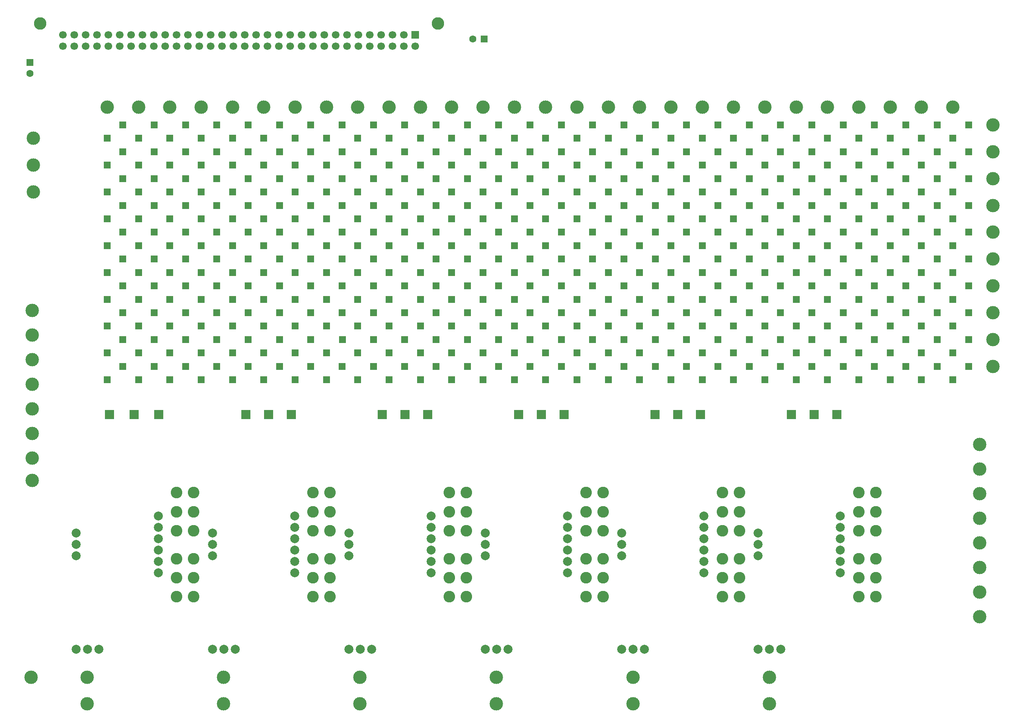
<source format=gbr>
G04 #@! TF.GenerationSoftware,KiCad,Pcbnew,(5.0.0)*
G04 #@! TF.CreationDate,2019-08-30T17:40:10+01:00*
G04 #@! TF.ProjectId,A-GA,412D47412E6B696361645F7063620000,rev?*
G04 #@! TF.SameCoordinates,Original*
G04 #@! TF.FileFunction,Soldermask,Bot*
G04 #@! TF.FilePolarity,Negative*
%FSLAX46Y46*%
G04 Gerber Fmt 4.6, Leading zero omitted, Abs format (unit mm)*
G04 Created by KiCad (PCBNEW (5.0.0)) date 08/30/19 17:40:10*
%MOMM*%
%LPD*%
G01*
G04 APERTURE LIST*
%ADD10R,2.000000X2.000000*%
%ADD11R,1.700000X1.700000*%
%ADD12C,1.700000*%
%ADD13C,2.800000*%
%ADD14C,1.600000*%
%ADD15R,1.600000X1.600000*%
%ADD16C,2.000000*%
%ADD17C,3.000000*%
%ADD18C,2.600000*%
%ADD19R,1.500000X1.500000*%
G04 APERTURE END LIST*
D10*
G04 #@! TO.C,TPLA11*
X61000000Y-115750000D03*
G04 #@! TD*
D11*
G04 #@! TO.C,J1*
X118345000Y-30861000D03*
D12*
X118345000Y-33401000D03*
X115805000Y-30861000D03*
X115805000Y-33401000D03*
X113265000Y-30861000D03*
X113265000Y-33401000D03*
X110725000Y-30861000D03*
X110725000Y-33401000D03*
X108185000Y-30861000D03*
X108185000Y-33401000D03*
X105645000Y-30861000D03*
X105645000Y-33401000D03*
X103105000Y-30861000D03*
X103105000Y-33401000D03*
X100565000Y-30861000D03*
X100565000Y-33401000D03*
X98025000Y-30861000D03*
X98025000Y-33401000D03*
X95485000Y-30861000D03*
X95485000Y-33401000D03*
X92945000Y-30861000D03*
X92945000Y-33401000D03*
X90405000Y-30861000D03*
X90405000Y-33401000D03*
X87865000Y-30861000D03*
X87865000Y-33401000D03*
X85325000Y-30861000D03*
X85325000Y-33401000D03*
X82785000Y-30861000D03*
X82785000Y-33401000D03*
X80245000Y-30861000D03*
X80245000Y-33401000D03*
X77705000Y-30861000D03*
X77705000Y-33401000D03*
X75165000Y-30861000D03*
X75165000Y-33401000D03*
X72625000Y-30861000D03*
X72625000Y-33401000D03*
X70085000Y-30861000D03*
X70085000Y-33401000D03*
X67545000Y-30861000D03*
X67545000Y-33401000D03*
X65005000Y-30861000D03*
X65005000Y-33401000D03*
X62465000Y-30861000D03*
X62465000Y-33401000D03*
X59925000Y-30861000D03*
X59925000Y-33401000D03*
X57385000Y-30861000D03*
X57385000Y-33401000D03*
X54845000Y-30861000D03*
X54845000Y-33401000D03*
X52305000Y-30861000D03*
X52305000Y-33401000D03*
X49765000Y-30861000D03*
X49765000Y-33401000D03*
X47225000Y-30861000D03*
X47225000Y-33401000D03*
X44685000Y-30861000D03*
X44685000Y-33401000D03*
X42145000Y-30861000D03*
X42145000Y-33401000D03*
X39605000Y-30861000D03*
X39605000Y-33401000D03*
D13*
X123425000Y-28321000D03*
X34525000Y-28321000D03*
G04 #@! TD*
D14*
G04 #@! TO.C,C1*
X32250000Y-39500000D03*
D15*
X32250000Y-37000000D03*
G04 #@! TD*
D16*
G04 #@! TO.C,U6*
X194945000Y-142240000D03*
X194945000Y-144780000D03*
X194945000Y-147320000D03*
X213360000Y-138430000D03*
X213360000Y-140970000D03*
X213360000Y-143510000D03*
X213360000Y-146050000D03*
X213360000Y-148590000D03*
X213360000Y-151130000D03*
X200025000Y-168275000D03*
X197485000Y-168275000D03*
X194945000Y-168275000D03*
G04 #@! TD*
G04 #@! TO.C,U5*
X164465000Y-142240000D03*
X164465000Y-144780000D03*
X164465000Y-147320000D03*
X182880000Y-138430000D03*
X182880000Y-140970000D03*
X182880000Y-143510000D03*
X182880000Y-146050000D03*
X182880000Y-148590000D03*
X182880000Y-151130000D03*
X169545000Y-168275000D03*
X167005000Y-168275000D03*
X164465000Y-168275000D03*
G04 #@! TD*
G04 #@! TO.C,U4*
X133985000Y-142240000D03*
X133985000Y-144780000D03*
X133985000Y-147320000D03*
X152400000Y-138430000D03*
X152400000Y-140970000D03*
X152400000Y-143510000D03*
X152400000Y-146050000D03*
X152400000Y-148590000D03*
X152400000Y-151130000D03*
X139065000Y-168275000D03*
X136525000Y-168275000D03*
X133985000Y-168275000D03*
G04 #@! TD*
G04 #@! TO.C,U1*
X42545000Y-142240000D03*
X42545000Y-144780000D03*
X42545000Y-147320000D03*
X60960000Y-138430000D03*
X60960000Y-140970000D03*
X60960000Y-143510000D03*
X60960000Y-146050000D03*
X60960000Y-148590000D03*
X60960000Y-151130000D03*
X47625000Y-168275000D03*
X45085000Y-168275000D03*
X42545000Y-168275000D03*
G04 #@! TD*
G04 #@! TO.C,U2*
X73025000Y-142240000D03*
X73025000Y-144780000D03*
X73025000Y-147320000D03*
X91440000Y-138430000D03*
X91440000Y-140970000D03*
X91440000Y-143510000D03*
X91440000Y-146050000D03*
X91440000Y-148590000D03*
X91440000Y-151130000D03*
X78105000Y-168275000D03*
X75565000Y-168275000D03*
X73025000Y-168275000D03*
G04 #@! TD*
D15*
G04 #@! TO.C,C2*
X133750000Y-31750000D03*
D14*
X131250000Y-31750000D03*
G04 #@! TD*
D17*
G04 #@! TO.C,TPX1*
X49500000Y-47000000D03*
G04 #@! TD*
G04 #@! TO.C,TPX2*
X56500000Y-47000000D03*
G04 #@! TD*
G04 #@! TO.C,TPX3*
X63500000Y-47000000D03*
G04 #@! TD*
G04 #@! TO.C,TPX4*
X70500000Y-47000000D03*
G04 #@! TD*
G04 #@! TO.C,TPX5*
X77500000Y-47000000D03*
G04 #@! TD*
G04 #@! TO.C,TPX6*
X84500000Y-47000000D03*
G04 #@! TD*
G04 #@! TO.C,TPX7*
X91500000Y-47000000D03*
G04 #@! TD*
G04 #@! TO.C,TPX8*
X98500000Y-47000000D03*
G04 #@! TD*
G04 #@! TO.C,TPX9*
X105500000Y-47000000D03*
G04 #@! TD*
G04 #@! TO.C,TPX10*
X112500000Y-47000000D03*
G04 #@! TD*
G04 #@! TO.C,TPX11*
X119500000Y-47000000D03*
G04 #@! TD*
G04 #@! TO.C,TPX12*
X126500000Y-47000000D03*
G04 #@! TD*
G04 #@! TO.C,TPX13*
X133500000Y-47000000D03*
G04 #@! TD*
G04 #@! TO.C,TPX14*
X140500000Y-47000000D03*
G04 #@! TD*
G04 #@! TO.C,TPX15*
X147500000Y-47000000D03*
G04 #@! TD*
G04 #@! TO.C,TPX16*
X154500000Y-47000000D03*
G04 #@! TD*
G04 #@! TO.C,TPX17*
X161500000Y-47000000D03*
G04 #@! TD*
G04 #@! TO.C,TPX18*
X168500000Y-47000000D03*
G04 #@! TD*
G04 #@! TO.C,TPY1*
X247500000Y-51000000D03*
G04 #@! TD*
G04 #@! TO.C,TPY2*
X247500000Y-57000000D03*
G04 #@! TD*
G04 #@! TO.C,TPY3*
X247500000Y-63000000D03*
G04 #@! TD*
G04 #@! TO.C,TPY4*
X247500000Y-69000000D03*
G04 #@! TD*
G04 #@! TO.C,TPY5*
X247500000Y-75000000D03*
G04 #@! TD*
G04 #@! TO.C,TPY6*
X247500000Y-81000000D03*
G04 #@! TD*
G04 #@! TO.C,TPY7*
X247500000Y-87000000D03*
G04 #@! TD*
G04 #@! TO.C,TPY8*
X247500000Y-93000000D03*
G04 #@! TD*
G04 #@! TO.C,TPY9*
X247500000Y-99000000D03*
G04 #@! TD*
G04 #@! TO.C,TPY10*
X247500000Y-105000000D03*
G04 #@! TD*
G04 #@! TO.C,TPX19*
X175500000Y-47000000D03*
G04 #@! TD*
G04 #@! TO.C,TPX20*
X182500000Y-47000000D03*
G04 #@! TD*
G04 #@! TO.C,TPX21*
X189500000Y-47000000D03*
G04 #@! TD*
G04 #@! TO.C,TPX22*
X196500000Y-47000000D03*
G04 #@! TD*
G04 #@! TO.C,TPX23*
X203500000Y-47000000D03*
G04 #@! TD*
G04 #@! TO.C,TPX24*
X210500000Y-47000000D03*
G04 #@! TD*
G04 #@! TO.C,TPX25*
X217500000Y-47000000D03*
G04 #@! TD*
G04 #@! TO.C,TPX26*
X224500000Y-47000000D03*
G04 #@! TD*
G04 #@! TO.C,TPX27*
X231500000Y-47000000D03*
G04 #@! TD*
G04 #@! TO.C,TPX28*
X238500000Y-47000000D03*
G04 #@! TD*
G04 #@! TO.C,TPG11*
X45000000Y-180500000D03*
G04 #@! TD*
G04 #@! TO.C,TPG12*
X45000000Y-174500000D03*
G04 #@! TD*
G04 #@! TO.C,TPG21*
X75500000Y-180500000D03*
G04 #@! TD*
G04 #@! TO.C,TPG22*
X75500000Y-174500000D03*
G04 #@! TD*
G04 #@! TO.C,TPG31*
X106000000Y-180500000D03*
G04 #@! TD*
G04 #@! TO.C,TPG32*
X106000000Y-174500000D03*
G04 #@! TD*
G04 #@! TO.C,TPG41*
X136500000Y-180500000D03*
G04 #@! TD*
G04 #@! TO.C,TPG42*
X136500000Y-174500000D03*
G04 #@! TD*
G04 #@! TO.C,TPG51*
X167000000Y-180500000D03*
G04 #@! TD*
G04 #@! TO.C,TPG52*
X167000000Y-174500000D03*
G04 #@! TD*
G04 #@! TO.C,TPG61*
X197500000Y-180500000D03*
G04 #@! TD*
G04 #@! TO.C,TPG62*
X197500000Y-174500000D03*
G04 #@! TD*
G04 #@! TO.C,TPI7*
X244500000Y-161000000D03*
G04 #@! TD*
G04 #@! TO.C,TPI8*
X244500000Y-155500000D03*
G04 #@! TD*
G04 #@! TO.C,TPI9*
X244500000Y-150000000D03*
G04 #@! TD*
G04 #@! TO.C,TPI10*
X244500000Y-144500000D03*
G04 #@! TD*
G04 #@! TO.C,TPI11*
X244500000Y-139000000D03*
G04 #@! TD*
G04 #@! TO.C,TPI14*
X244500000Y-133500000D03*
G04 #@! TD*
G04 #@! TO.C,TPI15*
X244500000Y-128000000D03*
G04 #@! TD*
G04 #@! TO.C,TPI18*
X244500000Y-122500000D03*
G04 #@! TD*
G04 #@! TO.C,TPI19*
X32750000Y-130500000D03*
G04 #@! TD*
G04 #@! TO.C,TPI20*
X32750000Y-125500000D03*
G04 #@! TD*
G04 #@! TO.C,TPI21*
X32750000Y-120000000D03*
G04 #@! TD*
G04 #@! TO.C,TPI22*
X32750000Y-114500000D03*
G04 #@! TD*
G04 #@! TO.C,TPI23*
X32750000Y-109000000D03*
G04 #@! TD*
G04 #@! TO.C,TPI24*
X32750000Y-103500000D03*
G04 #@! TD*
G04 #@! TO.C,TPI25*
X32750000Y-98000000D03*
G04 #@! TD*
G04 #@! TO.C,TPI26*
X32750000Y-92500000D03*
G04 #@! TD*
D16*
G04 #@! TO.C,U3*
X103505000Y-168275000D03*
X106045000Y-168275000D03*
X108585000Y-168275000D03*
X121920000Y-151130000D03*
X121920000Y-148590000D03*
X121920000Y-146050000D03*
X121920000Y-143510000D03*
X121920000Y-140970000D03*
X121920000Y-138430000D03*
X103505000Y-147320000D03*
X103505000Y-144780000D03*
X103505000Y-142240000D03*
G04 #@! TD*
D17*
G04 #@! TO.C,TPG0*
X32500000Y-174500000D03*
G04 #@! TD*
D18*
G04 #@! TO.C,TPLA1*
X65000000Y-156500000D03*
X68810000Y-156500000D03*
G04 #@! TD*
G04 #@! TO.C,TPLA2*
X68810000Y-152250000D03*
X65000000Y-152250000D03*
G04 #@! TD*
G04 #@! TO.C,TPLA3*
X65000000Y-148000000D03*
X68810000Y-148000000D03*
G04 #@! TD*
G04 #@! TO.C,TPLA4*
X68810000Y-141750000D03*
X65000000Y-141750000D03*
G04 #@! TD*
G04 #@! TO.C,TPLA5*
X65000000Y-137500000D03*
X68810000Y-137500000D03*
G04 #@! TD*
G04 #@! TO.C,TPLA6*
X68810000Y-133250000D03*
X65000000Y-133250000D03*
G04 #@! TD*
D10*
G04 #@! TO.C,TPLA12*
X55500000Y-115750000D03*
G04 #@! TD*
G04 #@! TO.C,TPLA13*
X50000000Y-115750000D03*
G04 #@! TD*
D19*
G04 #@! TO.C,MH1*
X168500000Y-54000000D03*
G04 #@! TD*
G04 #@! TO.C,MH2*
X144000000Y-51000000D03*
G04 #@! TD*
G04 #@! TO.C,MH3*
X109000000Y-51000000D03*
G04 #@! TD*
G04 #@! TO.C,MH4*
X151000000Y-51000000D03*
G04 #@! TD*
G04 #@! TO.C,MH5*
X116000000Y-51000000D03*
G04 #@! TD*
G04 #@! TO.C,MH6*
X123000000Y-51000000D03*
G04 #@! TD*
G04 #@! TO.C,MH7*
X158000000Y-51000000D03*
G04 #@! TD*
G04 #@! TO.C,MH8*
X130000000Y-51000000D03*
G04 #@! TD*
G04 #@! TO.C,MH9*
X137000000Y-51000000D03*
G04 #@! TD*
G04 #@! TO.C,MH10*
X165000000Y-51000000D03*
G04 #@! TD*
G04 #@! TO.C,MH11*
X168500000Y-60000000D03*
G04 #@! TD*
G04 #@! TO.C,MH12*
X165000000Y-57000000D03*
G04 #@! TD*
G04 #@! TO.C,MH13*
X161500000Y-96000000D03*
G04 #@! TD*
G04 #@! TO.C,MH14*
X154500000Y-96000000D03*
G04 #@! TD*
G04 #@! TO.C,MH15*
X147500000Y-54000000D03*
G04 #@! TD*
G04 #@! TO.C,MH16*
X140500000Y-66000000D03*
G04 #@! TD*
G04 #@! TO.C,MH17*
X133500000Y-54000000D03*
G04 #@! TD*
G04 #@! TO.C,MH18*
X126500000Y-54000000D03*
G04 #@! TD*
G04 #@! TO.C,MH19*
X119500000Y-54000000D03*
G04 #@! TD*
G04 #@! TO.C,MH20*
X112500000Y-54000000D03*
G04 #@! TD*
G04 #@! TO.C,MH21*
X105500000Y-54000000D03*
G04 #@! TD*
G04 #@! TO.C,MH22*
X98500000Y-54000000D03*
G04 #@! TD*
G04 #@! TO.C,MH23*
X91500000Y-54000000D03*
G04 #@! TD*
G04 #@! TO.C,MH24*
X84500000Y-54000000D03*
G04 #@! TD*
G04 #@! TO.C,MH25*
X77500000Y-54000000D03*
G04 #@! TD*
G04 #@! TO.C,MH26*
X70500000Y-84000000D03*
G04 #@! TD*
G04 #@! TO.C,MH27*
X63500000Y-54000000D03*
G04 #@! TD*
G04 #@! TO.C,MH28*
X56500000Y-54000000D03*
G04 #@! TD*
G04 #@! TO.C,MH29*
X49500000Y-90000000D03*
G04 #@! TD*
G04 #@! TO.C,MH30*
X172000000Y-51000000D03*
G04 #@! TD*
G04 #@! TO.C,MH31*
X60000000Y-51000000D03*
G04 #@! TD*
G04 #@! TO.C,MH32*
X95000000Y-51000000D03*
G04 #@! TD*
G04 #@! TO.C,MH33*
X81000000Y-51000000D03*
G04 #@! TD*
G04 #@! TO.C,MH34*
X102000000Y-51000000D03*
G04 #@! TD*
G04 #@! TO.C,MH35*
X74000000Y-51000000D03*
G04 #@! TD*
G04 #@! TO.C,MH36*
X88000000Y-51000000D03*
G04 #@! TD*
G04 #@! TO.C,MH37*
X53000000Y-51000000D03*
G04 #@! TD*
G04 #@! TO.C,MH38*
X67000000Y-51000000D03*
G04 #@! TD*
G04 #@! TO.C,MH39*
X161500000Y-54000000D03*
G04 #@! TD*
G04 #@! TO.C,MH40*
X154500000Y-54000000D03*
G04 #@! TD*
G04 #@! TO.C,MH41*
X147500000Y-102000000D03*
G04 #@! TD*
G04 #@! TO.C,MH42*
X140500000Y-108000000D03*
G04 #@! TD*
G04 #@! TO.C,MH43*
X133500000Y-108000000D03*
G04 #@! TD*
G04 #@! TO.C,MH44*
X126500000Y-108000000D03*
G04 #@! TD*
G04 #@! TO.C,MH45*
X119500000Y-96000000D03*
G04 #@! TD*
G04 #@! TO.C,MH46*
X112500000Y-108000000D03*
G04 #@! TD*
G04 #@! TO.C,MH47*
X105500000Y-60000000D03*
G04 #@! TD*
G04 #@! TO.C,MH48*
X98500000Y-60000000D03*
G04 #@! TD*
G04 #@! TO.C,MH49*
X91500000Y-108000000D03*
G04 #@! TD*
G04 #@! TO.C,MH50*
X84500000Y-108000000D03*
G04 #@! TD*
G04 #@! TO.C,MH51*
X77500000Y-60000000D03*
G04 #@! TD*
G04 #@! TO.C,MH52*
X70500000Y-108000000D03*
G04 #@! TD*
G04 #@! TO.C,MH53*
X63500000Y-72000000D03*
G04 #@! TD*
G04 #@! TO.C,MH54*
X56500000Y-72000000D03*
G04 #@! TD*
G04 #@! TO.C,MH55*
X49500000Y-60000000D03*
G04 #@! TD*
G04 #@! TO.C,MH56*
X130000000Y-57000000D03*
G04 #@! TD*
G04 #@! TO.C,MH57*
X151000000Y-57000000D03*
G04 #@! TD*
G04 #@! TO.C,MH58*
X123000000Y-57000000D03*
G04 #@! TD*
G04 #@! TO.C,MH59*
X53000000Y-57000000D03*
G04 #@! TD*
G04 #@! TO.C,MH60*
X172000000Y-57000000D03*
G04 #@! TD*
G04 #@! TO.C,MH61*
X74000000Y-57000000D03*
G04 #@! TD*
G04 #@! TO.C,MH62*
X158000000Y-57000000D03*
G04 #@! TD*
G04 #@! TO.C,MH63*
X102000000Y-57000000D03*
G04 #@! TD*
G04 #@! TO.C,MH64*
X95000000Y-57000000D03*
G04 #@! TD*
G04 #@! TO.C,MH65*
X109000000Y-57000000D03*
G04 #@! TD*
G04 #@! TO.C,MH66*
X144000000Y-57000000D03*
G04 #@! TD*
G04 #@! TO.C,MH67*
X88000000Y-57000000D03*
G04 #@! TD*
G04 #@! TO.C,MH68*
X67000000Y-57000000D03*
G04 #@! TD*
G04 #@! TO.C,MH69*
X60000000Y-57000000D03*
G04 #@! TD*
G04 #@! TO.C,MH70*
X137000000Y-57000000D03*
G04 #@! TD*
G04 #@! TO.C,MH71*
X116000000Y-57000000D03*
G04 #@! TD*
G04 #@! TO.C,MH72*
X81000000Y-57000000D03*
G04 #@! TD*
G04 #@! TO.C,MH73*
X168500000Y-66000000D03*
G04 #@! TD*
G04 #@! TO.C,MH74*
X165000000Y-63000000D03*
G04 #@! TD*
G04 #@! TO.C,MH75*
X144000000Y-63000000D03*
G04 #@! TD*
G04 #@! TO.C,MH76*
X130000000Y-63000000D03*
G04 #@! TD*
G04 #@! TO.C,MH77*
X123000000Y-63000000D03*
G04 #@! TD*
G04 #@! TO.C,MH78*
X137000000Y-63000000D03*
G04 #@! TD*
G04 #@! TO.C,MH79*
X88000000Y-63000000D03*
G04 #@! TD*
G04 #@! TO.C,MH80*
X95000000Y-63000000D03*
G04 #@! TD*
G04 #@! TO.C,MH81*
X53000000Y-63000000D03*
G04 #@! TD*
G04 #@! TO.C,MH82*
X158000000Y-63000000D03*
G04 #@! TD*
G04 #@! TO.C,MH83*
X172000000Y-63000000D03*
G04 #@! TD*
G04 #@! TO.C,MH84*
X60000000Y-63000000D03*
G04 #@! TD*
G04 #@! TO.C,MH85*
X151000000Y-63000000D03*
G04 #@! TD*
G04 #@! TO.C,MH86*
X81000000Y-63000000D03*
G04 #@! TD*
G04 #@! TO.C,MH87*
X67000000Y-63000000D03*
G04 #@! TD*
G04 #@! TO.C,MH88*
X74000000Y-63000000D03*
G04 #@! TD*
G04 #@! TO.C,MH89*
X102000000Y-63000000D03*
G04 #@! TD*
G04 #@! TO.C,MH90*
X109000000Y-63000000D03*
G04 #@! TD*
G04 #@! TO.C,MH91*
X116000000Y-63000000D03*
G04 #@! TD*
G04 #@! TO.C,MH92*
X109000000Y-69000000D03*
G04 #@! TD*
G04 #@! TO.C,MH93*
X88000000Y-69000000D03*
G04 #@! TD*
G04 #@! TO.C,MH94*
X53000000Y-69000000D03*
G04 #@! TD*
G04 #@! TO.C,MH95*
X172000000Y-69000000D03*
G04 #@! TD*
G04 #@! TO.C,MH96*
X67000000Y-69000000D03*
G04 #@! TD*
G04 #@! TO.C,MH97*
X165000000Y-69000000D03*
G04 #@! TD*
G04 #@! TO.C,MH98*
X130000000Y-69000000D03*
G04 #@! TD*
G04 #@! TO.C,MH99*
X81000000Y-69000000D03*
G04 #@! TD*
G04 #@! TO.C,MH100*
X95000000Y-69000000D03*
G04 #@! TD*
G04 #@! TO.C,MH101*
X74000000Y-69000000D03*
G04 #@! TD*
G04 #@! TO.C,MH102*
X151000000Y-69000000D03*
G04 #@! TD*
G04 #@! TO.C,MH103*
X102000000Y-69000000D03*
G04 #@! TD*
G04 #@! TO.C,MH104*
X158000000Y-69000000D03*
G04 #@! TD*
G04 #@! TO.C,MH105*
X123000000Y-69000000D03*
G04 #@! TD*
G04 #@! TO.C,MH106*
X116000000Y-69000000D03*
G04 #@! TD*
G04 #@! TO.C,MH107*
X144000000Y-69000000D03*
G04 #@! TD*
G04 #@! TO.C,MH108*
X137000000Y-69000000D03*
G04 #@! TD*
G04 #@! TO.C,MH109*
X60000000Y-69000000D03*
G04 #@! TD*
G04 #@! TO.C,MH110*
X137000000Y-75000000D03*
G04 #@! TD*
G04 #@! TO.C,MH111*
X95000000Y-75000000D03*
G04 #@! TD*
G04 #@! TO.C,MH112*
X165000000Y-75000000D03*
G04 #@! TD*
G04 #@! TO.C,MH113*
X60000000Y-75000000D03*
G04 #@! TD*
G04 #@! TO.C,MH114*
X74000000Y-75000000D03*
G04 #@! TD*
G04 #@! TO.C,MH115*
X123000000Y-75000000D03*
G04 #@! TD*
G04 #@! TO.C,MH116*
X116000000Y-75000000D03*
G04 #@! TD*
G04 #@! TO.C,MH117*
X88000000Y-75000000D03*
G04 #@! TD*
G04 #@! TO.C,MH118*
X81000000Y-75000000D03*
G04 #@! TD*
G04 #@! TO.C,MH119*
X144000000Y-75000000D03*
G04 #@! TD*
G04 #@! TO.C,MH120*
X109000000Y-75000000D03*
G04 #@! TD*
G04 #@! TO.C,MH121*
X102000000Y-75000000D03*
G04 #@! TD*
G04 #@! TO.C,MH122*
X172000000Y-75000000D03*
G04 #@! TD*
G04 #@! TO.C,MH123*
X158000000Y-75000000D03*
G04 #@! TD*
G04 #@! TO.C,MH124*
X53000000Y-75000000D03*
G04 #@! TD*
G04 #@! TO.C,MH125*
X130000000Y-75000000D03*
G04 #@! TD*
G04 #@! TO.C,MH126*
X67000000Y-75000000D03*
G04 #@! TD*
G04 #@! TO.C,MH127*
X151000000Y-75000000D03*
G04 #@! TD*
G04 #@! TO.C,MH128*
X102000000Y-81000000D03*
G04 #@! TD*
G04 #@! TO.C,MH129*
X88000000Y-81000000D03*
G04 #@! TD*
G04 #@! TO.C,MH130*
X60000000Y-81000000D03*
G04 #@! TD*
G04 #@! TO.C,MH131*
X116000000Y-81000000D03*
G04 #@! TD*
G04 #@! TO.C,MH132*
X123000000Y-81000000D03*
G04 #@! TD*
G04 #@! TO.C,MH133*
X81000000Y-81000000D03*
G04 #@! TD*
G04 #@! TO.C,MH134*
X144000000Y-81000000D03*
G04 #@! TD*
G04 #@! TO.C,MH135*
X95000000Y-81000000D03*
G04 #@! TD*
G04 #@! TO.C,MH136*
X109000000Y-81000000D03*
G04 #@! TD*
G04 #@! TO.C,MH137*
X74000000Y-81000000D03*
G04 #@! TD*
G04 #@! TO.C,MH138*
X165000000Y-81000000D03*
G04 #@! TD*
G04 #@! TO.C,MH139*
X137000000Y-81000000D03*
G04 #@! TD*
G04 #@! TO.C,MH140*
X172000000Y-81000000D03*
G04 #@! TD*
G04 #@! TO.C,MH141*
X53000000Y-81000000D03*
G04 #@! TD*
G04 #@! TO.C,MH142*
X130000000Y-81000000D03*
G04 #@! TD*
G04 #@! TO.C,MH143*
X151000000Y-81000000D03*
G04 #@! TD*
G04 #@! TO.C,MH144*
X158000000Y-81000000D03*
G04 #@! TD*
G04 #@! TO.C,MH145*
X67000000Y-81000000D03*
G04 #@! TD*
G04 #@! TO.C,MH146*
X123000000Y-87000000D03*
G04 #@! TD*
G04 #@! TO.C,MH147*
X102000000Y-87000000D03*
G04 #@! TD*
G04 #@! TO.C,MH148*
X95000000Y-87000000D03*
G04 #@! TD*
G04 #@! TO.C,MH149*
X88000000Y-87000000D03*
G04 #@! TD*
G04 #@! TO.C,MH150*
X74000000Y-87000000D03*
G04 #@! TD*
G04 #@! TO.C,MH151*
X172000000Y-87000000D03*
G04 #@! TD*
G04 #@! TO.C,MH152*
X53000000Y-87000000D03*
G04 #@! TD*
G04 #@! TO.C,MH153*
X116000000Y-87000000D03*
G04 #@! TD*
G04 #@! TO.C,MH154*
X81000000Y-87000000D03*
G04 #@! TD*
G04 #@! TO.C,MH155*
X130000000Y-87000000D03*
G04 #@! TD*
G04 #@! TO.C,MH156*
X158000000Y-87000000D03*
G04 #@! TD*
G04 #@! TO.C,MH157*
X165000000Y-87000000D03*
G04 #@! TD*
G04 #@! TO.C,MH158*
X137000000Y-87000000D03*
G04 #@! TD*
G04 #@! TO.C,MH159*
X60000000Y-87000000D03*
G04 #@! TD*
G04 #@! TO.C,MH160*
X67000000Y-87000000D03*
G04 #@! TD*
G04 #@! TO.C,MH161*
X144000000Y-87000000D03*
G04 #@! TD*
G04 #@! TO.C,MH162*
X109000000Y-87000000D03*
G04 #@! TD*
G04 #@! TO.C,MH163*
X151000000Y-87000000D03*
G04 #@! TD*
G04 #@! TO.C,MH164*
X102000000Y-93000000D03*
G04 #@! TD*
G04 #@! TO.C,MH165*
X60000000Y-93000000D03*
G04 #@! TD*
G04 #@! TO.C,MH166*
X130000000Y-93000000D03*
G04 #@! TD*
G04 #@! TO.C,MH167*
X74000000Y-93000000D03*
G04 #@! TD*
G04 #@! TO.C,MH168*
X158000000Y-93000000D03*
G04 #@! TD*
G04 #@! TO.C,MH169*
X53000000Y-93000000D03*
G04 #@! TD*
G04 #@! TO.C,MH170*
X151000000Y-93000000D03*
G04 #@! TD*
G04 #@! TO.C,MH171*
X109000000Y-93000000D03*
G04 #@! TD*
G04 #@! TO.C,MH172*
X95000000Y-93000000D03*
G04 #@! TD*
G04 #@! TO.C,MH173*
X144000000Y-93000000D03*
G04 #@! TD*
G04 #@! TO.C,MH174*
X123000000Y-93000000D03*
G04 #@! TD*
G04 #@! TO.C,MH175*
X67000000Y-93000000D03*
G04 #@! TD*
G04 #@! TO.C,MH176*
X172000000Y-93000000D03*
G04 #@! TD*
G04 #@! TO.C,MH177*
X88000000Y-93000000D03*
G04 #@! TD*
G04 #@! TO.C,MH178*
X137000000Y-93000000D03*
G04 #@! TD*
G04 #@! TO.C,MH179*
X116000000Y-93000000D03*
G04 #@! TD*
G04 #@! TO.C,MH180*
X165000000Y-93000000D03*
G04 #@! TD*
G04 #@! TO.C,MH181*
X81000000Y-93000000D03*
G04 #@! TD*
G04 #@! TO.C,MH182*
X81000000Y-99000000D03*
G04 #@! TD*
G04 #@! TO.C,MH183*
X60000000Y-99000000D03*
G04 #@! TD*
G04 #@! TO.C,MH184*
X53000000Y-99000000D03*
G04 #@! TD*
G04 #@! TO.C,MH185*
X172000000Y-99000000D03*
G04 #@! TD*
G04 #@! TO.C,MH186*
X123000000Y-99000000D03*
G04 #@! TD*
G04 #@! TO.C,MH187*
X116000000Y-99000000D03*
G04 #@! TD*
G04 #@! TO.C,MH188*
X74000000Y-99000000D03*
G04 #@! TD*
G04 #@! TO.C,MH189*
X158000000Y-99000000D03*
G04 #@! TD*
G04 #@! TO.C,MH190*
X67000000Y-99000000D03*
G04 #@! TD*
G04 #@! TO.C,MH191*
X165000000Y-99000000D03*
G04 #@! TD*
G04 #@! TO.C,MH192*
X109000000Y-99000000D03*
G04 #@! TD*
G04 #@! TO.C,MH193*
X88000000Y-99000000D03*
G04 #@! TD*
G04 #@! TO.C,MH194*
X151000000Y-99000000D03*
G04 #@! TD*
G04 #@! TO.C,MH195*
X102080000Y-99000000D03*
G04 #@! TD*
G04 #@! TO.C,MH196*
X95000000Y-99000000D03*
G04 #@! TD*
G04 #@! TO.C,MH197*
X144000000Y-99000000D03*
G04 #@! TD*
G04 #@! TO.C,MH198*
X130000000Y-99000000D03*
G04 #@! TD*
G04 #@! TO.C,MH199*
X137000000Y-99000000D03*
G04 #@! TD*
G04 #@! TO.C,MH200*
X137000000Y-105000000D03*
G04 #@! TD*
G04 #@! TO.C,MH201*
X172000000Y-105000000D03*
G04 #@! TD*
G04 #@! TO.C,MH202*
X151000000Y-105000000D03*
G04 #@! TD*
G04 #@! TO.C,MH203*
X60000000Y-105000000D03*
G04 #@! TD*
G04 #@! TO.C,MH204*
X116000000Y-105000000D03*
G04 #@! TD*
G04 #@! TO.C,MH205*
X123000000Y-105000000D03*
G04 #@! TD*
G04 #@! TO.C,MH206*
X95000000Y-105000000D03*
G04 #@! TD*
G04 #@! TO.C,MH207*
X102000000Y-105000000D03*
G04 #@! TD*
G04 #@! TO.C,MH208*
X165000000Y-105000000D03*
G04 #@! TD*
G04 #@! TO.C,MH209*
X88000000Y-105000000D03*
G04 #@! TD*
G04 #@! TO.C,MH210*
X144000000Y-105000000D03*
G04 #@! TD*
G04 #@! TO.C,MH211*
X109000000Y-105000000D03*
G04 #@! TD*
G04 #@! TO.C,MH212*
X158000000Y-105000000D03*
G04 #@! TD*
G04 #@! TO.C,MH213*
X81000000Y-105000000D03*
G04 #@! TD*
G04 #@! TO.C,MH214*
X53000000Y-105000000D03*
G04 #@! TD*
G04 #@! TO.C,MH215*
X130000000Y-105000000D03*
G04 #@! TD*
G04 #@! TO.C,MH216*
X67000000Y-105000000D03*
G04 #@! TD*
G04 #@! TO.C,MH217*
X74000000Y-105000000D03*
G04 #@! TD*
G04 #@! TO.C,MH218*
X161500000Y-108000000D03*
G04 #@! TD*
G04 #@! TO.C,MH219*
X154500000Y-108000000D03*
G04 #@! TD*
G04 #@! TO.C,MH220*
X147500000Y-72000000D03*
G04 #@! TD*
G04 #@! TO.C,MH221*
X140500000Y-96000000D03*
G04 #@! TD*
G04 #@! TO.C,MH222*
X133500000Y-96000000D03*
G04 #@! TD*
G04 #@! TO.C,MH223*
X126500000Y-84000000D03*
G04 #@! TD*
G04 #@! TO.C,MH224*
X119500000Y-78000000D03*
G04 #@! TD*
G04 #@! TO.C,MH225*
X112500000Y-84000000D03*
G04 #@! TD*
G04 #@! TO.C,MH226*
X105500000Y-96000000D03*
G04 #@! TD*
G04 #@! TO.C,MH227*
X98500000Y-96000000D03*
G04 #@! TD*
G04 #@! TO.C,MH228*
X91500000Y-60000000D03*
G04 #@! TD*
G04 #@! TO.C,MH229*
X84500000Y-102000000D03*
G04 #@! TD*
G04 #@! TO.C,MH230*
X77500000Y-72000000D03*
G04 #@! TD*
G04 #@! TO.C,MH231*
X70500000Y-54000000D03*
G04 #@! TD*
G04 #@! TO.C,MH232*
X63500000Y-108000000D03*
G04 #@! TD*
G04 #@! TO.C,MH233*
X56500000Y-108000000D03*
G04 #@! TD*
G04 #@! TO.C,MH234*
X49500000Y-96000000D03*
G04 #@! TD*
G04 #@! TO.C,MH235*
X168500000Y-102000000D03*
G04 #@! TD*
G04 #@! TO.C,MH236*
X161500000Y-90000000D03*
G04 #@! TD*
G04 #@! TO.C,MH237*
X154500000Y-66000000D03*
G04 #@! TD*
G04 #@! TO.C,MH238*
X147500000Y-66000000D03*
G04 #@! TD*
G04 #@! TO.C,MH239*
X140500000Y-78000000D03*
G04 #@! TD*
G04 #@! TO.C,MH240*
X133500000Y-90000000D03*
G04 #@! TD*
G04 #@! TO.C,MH241*
X126500000Y-78000000D03*
G04 #@! TD*
G04 #@! TO.C,MH242*
X119500000Y-108000000D03*
G04 #@! TD*
G04 #@! TO.C,MH243*
X112500000Y-102000000D03*
G04 #@! TD*
G04 #@! TO.C,MH244*
X105500000Y-72000000D03*
G04 #@! TD*
G04 #@! TO.C,MH245*
X98500000Y-102000000D03*
G04 #@! TD*
G04 #@! TO.C,MH246*
X91500000Y-102000000D03*
G04 #@! TD*
G04 #@! TO.C,MH247*
X84500000Y-96000000D03*
G04 #@! TD*
G04 #@! TO.C,MH248*
X77500000Y-66000000D03*
G04 #@! TD*
G04 #@! TO.C,MH249*
X70500000Y-96000000D03*
G04 #@! TD*
G04 #@! TO.C,MH250*
X63500000Y-60000000D03*
G04 #@! TD*
G04 #@! TO.C,MH251*
X56500000Y-66000000D03*
G04 #@! TD*
G04 #@! TO.C,MH252*
X49500000Y-78000000D03*
G04 #@! TD*
G04 #@! TO.C,MH253*
X168500000Y-72000000D03*
G04 #@! TD*
G04 #@! TO.C,MH254*
X161500000Y-72000000D03*
G04 #@! TD*
G04 #@! TO.C,MH255*
X154500000Y-90000000D03*
G04 #@! TD*
G04 #@! TO.C,MH256*
X147500000Y-60000000D03*
G04 #@! TD*
G04 #@! TO.C,MH257*
X140500000Y-102000000D03*
G04 #@! TD*
G04 #@! TO.C,MH258*
X133500000Y-72000000D03*
G04 #@! TD*
G04 #@! TO.C,MH259*
X126500000Y-60000000D03*
G04 #@! TD*
G04 #@! TO.C,MH260*
X119500000Y-60000000D03*
G04 #@! TD*
G04 #@! TO.C,MH261*
X112500000Y-72000000D03*
G04 #@! TD*
G04 #@! TO.C,MH262*
X105500000Y-108000000D03*
G04 #@! TD*
G04 #@! TO.C,MH263*
X98500000Y-108000000D03*
G04 #@! TD*
G04 #@! TO.C,MH264*
X91500000Y-66000000D03*
G04 #@! TD*
G04 #@! TO.C,MH265*
X84500000Y-90000000D03*
G04 #@! TD*
G04 #@! TO.C,MH266*
X77500000Y-102000000D03*
G04 #@! TD*
G04 #@! TO.C,MH267*
X70500000Y-66000000D03*
G04 #@! TD*
G04 #@! TO.C,MH268*
X63500000Y-84000000D03*
G04 #@! TD*
G04 #@! TO.C,MH269*
X56500000Y-60000000D03*
G04 #@! TD*
G04 #@! TO.C,MH270*
X49500000Y-72000000D03*
G04 #@! TD*
G04 #@! TO.C,MH271*
X168500000Y-84000000D03*
G04 #@! TD*
G04 #@! TO.C,MH272*
X161500000Y-66000000D03*
G04 #@! TD*
G04 #@! TO.C,MH273*
X154500000Y-84000000D03*
G04 #@! TD*
G04 #@! TO.C,MH274*
X147500000Y-108000000D03*
G04 #@! TD*
G04 #@! TO.C,MH275*
X140500000Y-72000000D03*
G04 #@! TD*
G04 #@! TO.C,MH276*
X133500000Y-102000000D03*
G04 #@! TD*
G04 #@! TO.C,MH277*
X126500000Y-66000000D03*
G04 #@! TD*
G04 #@! TO.C,MH278*
X119500000Y-66000000D03*
G04 #@! TD*
G04 #@! TO.C,MH279*
X112500000Y-96000000D03*
G04 #@! TD*
G04 #@! TO.C,MH280*
X105500000Y-102000000D03*
G04 #@! TD*
G04 #@! TO.C,MH281*
X98500000Y-90000000D03*
G04 #@! TD*
G04 #@! TO.C,MH282*
X91500000Y-90000000D03*
G04 #@! TD*
G04 #@! TO.C,MH283*
X84500000Y-78000000D03*
G04 #@! TD*
G04 #@! TO.C,MH284*
X77500000Y-84000000D03*
G04 #@! TD*
G04 #@! TO.C,MH285*
X70500000Y-72000000D03*
G04 #@! TD*
G04 #@! TO.C,MH286*
X63500000Y-102000000D03*
G04 #@! TD*
G04 #@! TO.C,MH287*
X56500000Y-90000000D03*
G04 #@! TD*
G04 #@! TO.C,MH288*
X49500000Y-108000000D03*
G04 #@! TD*
G04 #@! TO.C,MH289*
X168500000Y-108000000D03*
G04 #@! TD*
G04 #@! TO.C,MH290*
X161500000Y-102000000D03*
G04 #@! TD*
G04 #@! TO.C,MH291*
X154500000Y-78000000D03*
G04 #@! TD*
G04 #@! TO.C,MH292*
X147500000Y-96000000D03*
G04 #@! TD*
G04 #@! TO.C,MH293*
X140500000Y-54000000D03*
G04 #@! TD*
G04 #@! TO.C,MH294*
X133500000Y-66000000D03*
G04 #@! TD*
G04 #@! TO.C,MH295*
X126500000Y-102000000D03*
G04 #@! TD*
G04 #@! TO.C,MH296*
X119500000Y-84000000D03*
G04 #@! TD*
G04 #@! TO.C,MH297*
X112500000Y-78000000D03*
G04 #@! TD*
G04 #@! TO.C,MH298*
X105500000Y-78000000D03*
G04 #@! TD*
G04 #@! TO.C,MH299*
X98500000Y-78000000D03*
G04 #@! TD*
G04 #@! TO.C,MH300*
X91500000Y-78000000D03*
G04 #@! TD*
G04 #@! TO.C,MH301*
X84500000Y-60000000D03*
G04 #@! TD*
G04 #@! TO.C,MH302*
X77500000Y-108000000D03*
G04 #@! TD*
G04 #@! TO.C,MH303*
X70500000Y-60000000D03*
G04 #@! TD*
G04 #@! TO.C,MH304*
X63500000Y-78000000D03*
G04 #@! TD*
G04 #@! TO.C,MH305*
X56500000Y-102000000D03*
G04 #@! TD*
G04 #@! TO.C,MH306*
X49500000Y-102000000D03*
G04 #@! TD*
G04 #@! TO.C,MH307*
X168500000Y-96000000D03*
G04 #@! TD*
G04 #@! TO.C,MH308*
X161500000Y-78000000D03*
G04 #@! TD*
G04 #@! TO.C,MH309*
X154500000Y-60000000D03*
G04 #@! TD*
G04 #@! TO.C,MH310*
X147500000Y-78000000D03*
G04 #@! TD*
G04 #@! TO.C,MH311*
X140500000Y-84000000D03*
G04 #@! TD*
G04 #@! TO.C,MH312*
X133500000Y-60000000D03*
G04 #@! TD*
G04 #@! TO.C,MH313*
X126500000Y-90000000D03*
G04 #@! TD*
G04 #@! TO.C,MH314*
X119500000Y-90000000D03*
G04 #@! TD*
G04 #@! TO.C,MH315*
X112500000Y-90000000D03*
G04 #@! TD*
G04 #@! TO.C,MH316*
X105500000Y-84000000D03*
G04 #@! TD*
G04 #@! TO.C,MH317*
X98500000Y-72000000D03*
G04 #@! TD*
G04 #@! TO.C,MH318*
X91500000Y-96000000D03*
G04 #@! TD*
G04 #@! TO.C,MH319*
X84500000Y-66000000D03*
G04 #@! TD*
G04 #@! TO.C,MH320*
X77500000Y-78000000D03*
G04 #@! TD*
G04 #@! TO.C,MH321*
X70500000Y-78000000D03*
G04 #@! TD*
G04 #@! TO.C,MH322*
X63500000Y-96000000D03*
G04 #@! TD*
G04 #@! TO.C,MH323*
X56500000Y-96000000D03*
G04 #@! TD*
G04 #@! TO.C,MH324*
X49500000Y-84000000D03*
G04 #@! TD*
G04 #@! TO.C,MH325*
X168500000Y-78000000D03*
G04 #@! TD*
G04 #@! TO.C,MH326*
X161500000Y-60000000D03*
G04 #@! TD*
G04 #@! TO.C,MH327*
X154500000Y-72000000D03*
G04 #@! TD*
G04 #@! TO.C,MH328*
X147500000Y-90000000D03*
G04 #@! TD*
G04 #@! TO.C,MH329*
X140500000Y-90000000D03*
G04 #@! TD*
G04 #@! TO.C,MH330*
X133500000Y-78000000D03*
G04 #@! TD*
G04 #@! TO.C,MH331*
X126500000Y-72000000D03*
G04 #@! TD*
G04 #@! TO.C,MH332*
X119500000Y-102000000D03*
G04 #@! TD*
G04 #@! TO.C,MH333*
X112500000Y-60000000D03*
G04 #@! TD*
G04 #@! TO.C,MH334*
X105500000Y-90000000D03*
G04 #@! TD*
G04 #@! TO.C,MH335*
X98500000Y-84000000D03*
G04 #@! TD*
G04 #@! TO.C,MH336*
X91500000Y-84000000D03*
G04 #@! TD*
G04 #@! TO.C,MH337*
X84500000Y-72000000D03*
G04 #@! TD*
G04 #@! TO.C,MH338*
X77500000Y-90000000D03*
G04 #@! TD*
G04 #@! TO.C,MH339*
X70500000Y-102000000D03*
G04 #@! TD*
G04 #@! TO.C,MH340*
X63500000Y-90000000D03*
G04 #@! TD*
G04 #@! TO.C,MH341*
X56500000Y-78000000D03*
G04 #@! TD*
G04 #@! TO.C,MH342*
X49500000Y-66000000D03*
G04 #@! TD*
G04 #@! TO.C,MH343*
X168500000Y-90000000D03*
G04 #@! TD*
G04 #@! TO.C,MH344*
X161500000Y-84000000D03*
G04 #@! TD*
G04 #@! TO.C,MH345*
X154500000Y-102000000D03*
G04 #@! TD*
G04 #@! TO.C,MH346*
X147500000Y-84000000D03*
G04 #@! TD*
G04 #@! TO.C,MH347*
X140500000Y-60000000D03*
G04 #@! TD*
G04 #@! TO.C,MH348*
X133500000Y-84000000D03*
G04 #@! TD*
G04 #@! TO.C,MH349*
X126500000Y-96000000D03*
G04 #@! TD*
G04 #@! TO.C,MH350*
X119500000Y-72000000D03*
G04 #@! TD*
G04 #@! TO.C,MH351*
X112500000Y-66000000D03*
G04 #@! TD*
G04 #@! TO.C,MH352*
X105500000Y-66000000D03*
G04 #@! TD*
G04 #@! TO.C,MH353*
X98500000Y-66000000D03*
G04 #@! TD*
G04 #@! TO.C,MH354*
X91500000Y-72000000D03*
G04 #@! TD*
G04 #@! TO.C,MH355*
X84500000Y-84000000D03*
G04 #@! TD*
G04 #@! TO.C,MH356*
X77500000Y-96000000D03*
G04 #@! TD*
G04 #@! TO.C,MH357*
X70500000Y-90000000D03*
G04 #@! TD*
G04 #@! TO.C,MH358*
X63500000Y-66000000D03*
G04 #@! TD*
G04 #@! TO.C,MH359*
X56500000Y-84000000D03*
G04 #@! TD*
G04 #@! TO.C,MH360*
X49500000Y-54000000D03*
G04 #@! TD*
G04 #@! TO.C,MH361*
X238500000Y-72000000D03*
G04 #@! TD*
G04 #@! TO.C,MH362*
X231500000Y-72000000D03*
G04 #@! TD*
G04 #@! TO.C,MH363*
X224500000Y-72000000D03*
G04 #@! TD*
G04 #@! TO.C,MH364*
X217500000Y-78000000D03*
G04 #@! TD*
G04 #@! TO.C,MH365*
X210500000Y-78000000D03*
G04 #@! TD*
G04 #@! TO.C,MH366*
X203500000Y-102000000D03*
G04 #@! TD*
G04 #@! TO.C,MH367*
X196500000Y-72000000D03*
G04 #@! TD*
G04 #@! TO.C,MH368*
X189500000Y-102000000D03*
G04 #@! TD*
G04 #@! TO.C,MH369*
X182500000Y-108000000D03*
G04 #@! TD*
G04 #@! TO.C,MH370*
X175500000Y-108000000D03*
G04 #@! TD*
G04 #@! TO.C,MH371*
X193000000Y-51000000D03*
G04 #@! TD*
G04 #@! TO.C,MH372*
X200000000Y-51000000D03*
G04 #@! TD*
G04 #@! TO.C,MH373*
X221000000Y-51000000D03*
G04 #@! TD*
G04 #@! TO.C,MH374*
X207000000Y-51000000D03*
G04 #@! TD*
G04 #@! TO.C,MH375*
X235000000Y-51000000D03*
G04 #@! TD*
G04 #@! TO.C,MH376*
X242000000Y-51000000D03*
G04 #@! TD*
G04 #@! TO.C,MH377*
X179000000Y-51000000D03*
G04 #@! TD*
G04 #@! TO.C,MH378*
X186000000Y-51000000D03*
G04 #@! TD*
G04 #@! TO.C,MH379*
X214000000Y-51000000D03*
G04 #@! TD*
G04 #@! TO.C,MH380*
X228000000Y-51000000D03*
G04 #@! TD*
G04 #@! TO.C,MH381*
X238500000Y-102000000D03*
G04 #@! TD*
G04 #@! TO.C,MH382*
X231500000Y-96000000D03*
G04 #@! TD*
G04 #@! TO.C,MH383*
X224500000Y-108000000D03*
G04 #@! TD*
G04 #@! TO.C,MH384*
X217500000Y-102000000D03*
G04 #@! TD*
G04 #@! TO.C,MH385*
X210500000Y-72000000D03*
G04 #@! TD*
G04 #@! TO.C,MH386*
X203500000Y-84000000D03*
G04 #@! TD*
G04 #@! TO.C,MH387*
X196500000Y-96000000D03*
G04 #@! TD*
G04 #@! TO.C,MH388*
X189500000Y-60000000D03*
G04 #@! TD*
G04 #@! TO.C,MH389*
X182500000Y-66000000D03*
G04 #@! TD*
G04 #@! TO.C,MH390*
X175500000Y-96000000D03*
G04 #@! TD*
G04 #@! TO.C,MH391*
X207000000Y-57000000D03*
G04 #@! TD*
G04 #@! TO.C,MH392*
X186000000Y-57000000D03*
G04 #@! TD*
G04 #@! TO.C,MH393*
X242000000Y-57000000D03*
G04 #@! TD*
G04 #@! TO.C,MH394*
X228000000Y-57000000D03*
G04 #@! TD*
G04 #@! TO.C,MH395*
X221000000Y-57000000D03*
G04 #@! TD*
G04 #@! TO.C,MH396*
X214000000Y-57000000D03*
G04 #@! TD*
G04 #@! TO.C,MH397*
X200000000Y-57000000D03*
G04 #@! TD*
G04 #@! TO.C,MH398*
X193000000Y-57000000D03*
G04 #@! TD*
G04 #@! TO.C,MH399*
X235000000Y-57000000D03*
G04 #@! TD*
G04 #@! TO.C,MH400*
X179000000Y-57000000D03*
G04 #@! TD*
G04 #@! TO.C,MH401*
X238500000Y-78000000D03*
G04 #@! TD*
G04 #@! TO.C,MH402*
X231500000Y-66000000D03*
G04 #@! TD*
G04 #@! TO.C,MH403*
X224500000Y-90000000D03*
G04 #@! TD*
G04 #@! TO.C,MH404*
X217500000Y-96000000D03*
G04 #@! TD*
G04 #@! TO.C,MH405*
X210500000Y-108000000D03*
G04 #@! TD*
G04 #@! TO.C,MH406*
X203500000Y-60000000D03*
G04 #@! TD*
G04 #@! TO.C,MH407*
X196500000Y-60000000D03*
G04 #@! TD*
G04 #@! TO.C,MH408*
X189500000Y-108000000D03*
G04 #@! TD*
G04 #@! TO.C,MH409*
X182500000Y-102000000D03*
G04 #@! TD*
G04 #@! TO.C,MH410*
X175500000Y-102000000D03*
G04 #@! TD*
G04 #@! TO.C,MH411*
X207000000Y-63000000D03*
G04 #@! TD*
G04 #@! TO.C,MH412*
X235000000Y-63000000D03*
G04 #@! TD*
G04 #@! TO.C,MH413*
X214000000Y-63000000D03*
G04 #@! TD*
G04 #@! TO.C,MH414*
X221000000Y-63000000D03*
G04 #@! TD*
G04 #@! TO.C,MH415*
X228000000Y-63000000D03*
G04 #@! TD*
G04 #@! TO.C,MH416*
X193000000Y-63000000D03*
G04 #@! TD*
G04 #@! TO.C,MH417*
X179000000Y-63000000D03*
G04 #@! TD*
G04 #@! TO.C,MH418*
X242000000Y-63000000D03*
G04 #@! TD*
G04 #@! TO.C,MH419*
X200000000Y-63000000D03*
G04 #@! TD*
G04 #@! TO.C,MH420*
X186000000Y-63000000D03*
G04 #@! TD*
G04 #@! TO.C,MH421*
X238500000Y-96000000D03*
G04 #@! TD*
G04 #@! TO.C,MH422*
X231500000Y-102000000D03*
G04 #@! TD*
G04 #@! TO.C,MH423*
X224500000Y-102000000D03*
G04 #@! TD*
G04 #@! TO.C,MH424*
X217500000Y-84000000D03*
G04 #@! TD*
G04 #@! TO.C,MH425*
X210500000Y-54000000D03*
G04 #@! TD*
G04 #@! TO.C,MH426*
X203500000Y-108000000D03*
G04 #@! TD*
G04 #@! TO.C,MH427*
X196500000Y-108000000D03*
G04 #@! TD*
G04 #@! TO.C,MH428*
X189500000Y-78000000D03*
G04 #@! TD*
G04 #@! TO.C,MH429*
X182500000Y-84000000D03*
G04 #@! TD*
G04 #@! TO.C,MH430*
X175500000Y-90000000D03*
G04 #@! TD*
G04 #@! TO.C,MH431*
X228000000Y-69000000D03*
G04 #@! TD*
G04 #@! TO.C,MH432*
X200000000Y-69000000D03*
G04 #@! TD*
G04 #@! TO.C,MH433*
X186000000Y-69000000D03*
G04 #@! TD*
G04 #@! TO.C,MH434*
X207000000Y-69000000D03*
G04 #@! TD*
G04 #@! TO.C,MH435*
X214000000Y-69000000D03*
G04 #@! TD*
G04 #@! TO.C,MH436*
X242000000Y-69000000D03*
G04 #@! TD*
G04 #@! TO.C,MH437*
X221000000Y-69000000D03*
G04 #@! TD*
G04 #@! TO.C,MH438*
X179000000Y-69000000D03*
G04 #@! TD*
G04 #@! TO.C,MH439*
X193000000Y-69000000D03*
G04 #@! TD*
G04 #@! TO.C,MH440*
X235000000Y-69000000D03*
G04 #@! TD*
G04 #@! TO.C,MH441*
X238500000Y-108000000D03*
G04 #@! TD*
G04 #@! TO.C,MH442*
X231500000Y-60000000D03*
G04 #@! TD*
G04 #@! TO.C,MH443*
X224500000Y-96000000D03*
G04 #@! TD*
G04 #@! TO.C,MH444*
X217500000Y-108000000D03*
G04 #@! TD*
G04 #@! TO.C,MH445*
X210500000Y-90000000D03*
G04 #@! TD*
G04 #@! TO.C,MH446*
X203500000Y-90000000D03*
G04 #@! TD*
G04 #@! TO.C,MH447*
X196500000Y-54000000D03*
G04 #@! TD*
G04 #@! TO.C,MH448*
X189500000Y-72000000D03*
G04 #@! TD*
G04 #@! TO.C,MH449*
X182500000Y-54000000D03*
G04 #@! TD*
G04 #@! TO.C,MH450*
X175500000Y-72000000D03*
G04 #@! TD*
G04 #@! TO.C,MH451*
X214000000Y-75000000D03*
G04 #@! TD*
G04 #@! TO.C,MH452*
X193000000Y-75000000D03*
G04 #@! TD*
G04 #@! TO.C,MH453*
X200000000Y-75000000D03*
G04 #@! TD*
G04 #@! TO.C,MH454*
X179000000Y-75000000D03*
G04 #@! TD*
G04 #@! TO.C,MH455*
X221000000Y-75000000D03*
G04 #@! TD*
G04 #@! TO.C,MH456*
X228000000Y-75000000D03*
G04 #@! TD*
G04 #@! TO.C,MH457*
X242000000Y-75000000D03*
G04 #@! TD*
G04 #@! TO.C,MH458*
X235000000Y-75000000D03*
G04 #@! TD*
G04 #@! TO.C,MH459*
X207000000Y-75000000D03*
G04 #@! TD*
G04 #@! TO.C,MH460*
X186000000Y-75000000D03*
G04 #@! TD*
G04 #@! TO.C,MH461*
X238500000Y-66000000D03*
G04 #@! TD*
G04 #@! TO.C,MH462*
X231500000Y-84000000D03*
G04 #@! TD*
G04 #@! TO.C,MH463*
X224500000Y-84000000D03*
G04 #@! TD*
G04 #@! TO.C,MH464*
X217500000Y-72000000D03*
G04 #@! TD*
G04 #@! TO.C,MH465*
X210500000Y-102000000D03*
G04 #@! TD*
G04 #@! TO.C,MH466*
X203500000Y-66000000D03*
G04 #@! TD*
G04 #@! TO.C,MH467*
X196500000Y-102000000D03*
G04 #@! TD*
G04 #@! TO.C,MH468*
X189500000Y-96000000D03*
G04 #@! TD*
G04 #@! TO.C,MH469*
X182500000Y-90000000D03*
G04 #@! TD*
G04 #@! TO.C,MH470*
X175500000Y-84000000D03*
G04 #@! TD*
G04 #@! TO.C,MH471*
X186000000Y-81000000D03*
G04 #@! TD*
G04 #@! TO.C,MH472*
X200000000Y-81000000D03*
G04 #@! TD*
G04 #@! TO.C,MH473*
X207000000Y-81000000D03*
G04 #@! TD*
G04 #@! TO.C,MH474*
X214000000Y-81000000D03*
G04 #@! TD*
G04 #@! TO.C,MH475*
X221000000Y-81000000D03*
G04 #@! TD*
G04 #@! TO.C,MH476*
X179000000Y-81000000D03*
G04 #@! TD*
G04 #@! TO.C,MH477*
X193000000Y-81000000D03*
G04 #@! TD*
G04 #@! TO.C,MH478*
X235000000Y-81000000D03*
G04 #@! TD*
G04 #@! TO.C,MH479*
X242000000Y-81000000D03*
G04 #@! TD*
G04 #@! TO.C,MH480*
X228000000Y-81000000D03*
G04 #@! TD*
G04 #@! TO.C,MH481*
X238500000Y-90000000D03*
G04 #@! TD*
G04 #@! TO.C,MH482*
X231500000Y-90000000D03*
G04 #@! TD*
G04 #@! TO.C,MH483*
X224500000Y-60000000D03*
G04 #@! TD*
G04 #@! TO.C,MH484*
X217500000Y-54000000D03*
G04 #@! TD*
G04 #@! TO.C,MH485*
X210500000Y-60000000D03*
G04 #@! TD*
G04 #@! TO.C,MH486*
X203500000Y-78000000D03*
G04 #@! TD*
G04 #@! TO.C,MH487*
X196500000Y-78000000D03*
G04 #@! TD*
G04 #@! TO.C,MH488*
X189500000Y-66000000D03*
G04 #@! TD*
G04 #@! TO.C,MH489*
X182500000Y-96000000D03*
G04 #@! TD*
G04 #@! TO.C,MH490*
X175500000Y-78000000D03*
G04 #@! TD*
G04 #@! TO.C,MH491*
X179000000Y-87000000D03*
G04 #@! TD*
G04 #@! TO.C,MH492*
X235000000Y-87000000D03*
G04 #@! TD*
G04 #@! TO.C,MH493*
X228000000Y-87000000D03*
G04 #@! TD*
G04 #@! TO.C,MH494*
X242000000Y-87000000D03*
G04 #@! TD*
G04 #@! TO.C,MH495*
X214000000Y-87000000D03*
G04 #@! TD*
G04 #@! TO.C,MH496*
X221000000Y-87000000D03*
G04 #@! TD*
G04 #@! TO.C,MH497*
X207000000Y-87000000D03*
G04 #@! TD*
G04 #@! TO.C,MH498*
X186000000Y-87000000D03*
G04 #@! TD*
G04 #@! TO.C,MH499*
X193000000Y-87000000D03*
G04 #@! TD*
G04 #@! TO.C,MH500*
X200000000Y-87000000D03*
G04 #@! TD*
G04 #@! TO.C,MH501*
X238500000Y-60000000D03*
G04 #@! TD*
G04 #@! TO.C,MH502*
X231500000Y-78000000D03*
G04 #@! TD*
G04 #@! TO.C,MH503*
X224500000Y-78000000D03*
G04 #@! TD*
G04 #@! TO.C,MH504*
X217500000Y-90000000D03*
G04 #@! TD*
G04 #@! TO.C,MH505*
X210500000Y-96000000D03*
G04 #@! TD*
G04 #@! TO.C,MH506*
X203500000Y-72000000D03*
G04 #@! TD*
G04 #@! TO.C,MH507*
X196500000Y-84000000D03*
G04 #@! TD*
G04 #@! TO.C,MH508*
X189500000Y-90000000D03*
G04 #@! TD*
G04 #@! TO.C,MH509*
X182500000Y-78000000D03*
G04 #@! TD*
G04 #@! TO.C,MH510*
X175500000Y-60000000D03*
G04 #@! TD*
G04 #@! TO.C,MH511*
X186000000Y-93000000D03*
G04 #@! TD*
G04 #@! TO.C,MH512*
X193000000Y-93000000D03*
G04 #@! TD*
G04 #@! TO.C,MH513*
X200000000Y-93000000D03*
G04 #@! TD*
G04 #@! TO.C,MH514*
X207000000Y-93000000D03*
G04 #@! TD*
G04 #@! TO.C,MH515*
X214000000Y-93000000D03*
G04 #@! TD*
G04 #@! TO.C,MH516*
X221000000Y-93000000D03*
G04 #@! TD*
G04 #@! TO.C,MH517*
X242000000Y-93000000D03*
G04 #@! TD*
G04 #@! TO.C,MH518*
X235000000Y-93000000D03*
G04 #@! TD*
G04 #@! TO.C,MH519*
X228000000Y-93000000D03*
G04 #@! TD*
G04 #@! TO.C,MH520*
X179000000Y-93000000D03*
G04 #@! TD*
G04 #@! TO.C,MH521*
X238500000Y-54000000D03*
G04 #@! TD*
G04 #@! TO.C,MH522*
X231500000Y-54000000D03*
G04 #@! TD*
G04 #@! TO.C,MH523*
X224500000Y-66000000D03*
G04 #@! TD*
G04 #@! TO.C,MH524*
X217500000Y-66000000D03*
G04 #@! TD*
G04 #@! TO.C,MH525*
X210500000Y-84000000D03*
G04 #@! TD*
G04 #@! TO.C,MH526*
X203500000Y-96000000D03*
G04 #@! TD*
G04 #@! TO.C,MH527*
X196500000Y-90000000D03*
G04 #@! TD*
G04 #@! TO.C,MH528*
X189500000Y-84000000D03*
G04 #@! TD*
G04 #@! TO.C,MH529*
X182500000Y-72000000D03*
G04 #@! TD*
G04 #@! TO.C,MH530*
X175500000Y-54000000D03*
G04 #@! TD*
G04 #@! TO.C,MH531*
X235000000Y-99000000D03*
G04 #@! TD*
G04 #@! TO.C,MH532*
X179000000Y-99000000D03*
G04 #@! TD*
G04 #@! TO.C,MH533*
X228000000Y-99000000D03*
G04 #@! TD*
G04 #@! TO.C,MH534*
X214000000Y-99000000D03*
G04 #@! TD*
G04 #@! TO.C,MH535*
X186000000Y-99000000D03*
G04 #@! TD*
G04 #@! TO.C,MH536*
X221000000Y-99000000D03*
G04 #@! TD*
G04 #@! TO.C,MH537*
X207000000Y-99000000D03*
G04 #@! TD*
G04 #@! TO.C,MH538*
X242000000Y-99000000D03*
G04 #@! TD*
G04 #@! TO.C,MH539*
X193000000Y-99000000D03*
G04 #@! TD*
G04 #@! TO.C,MH540*
X200000000Y-99000000D03*
G04 #@! TD*
G04 #@! TO.C,MH541*
X238500000Y-84000000D03*
G04 #@! TD*
G04 #@! TO.C,MH542*
X231500000Y-108000000D03*
G04 #@! TD*
G04 #@! TO.C,MH543*
X224500000Y-54000000D03*
G04 #@! TD*
G04 #@! TO.C,MH544*
X217500000Y-60000000D03*
G04 #@! TD*
G04 #@! TO.C,MH545*
X210500000Y-66000000D03*
G04 #@! TD*
G04 #@! TO.C,MH546*
X203500000Y-54000000D03*
G04 #@! TD*
G04 #@! TO.C,MH547*
X196500000Y-66000000D03*
G04 #@! TD*
G04 #@! TO.C,MH548*
X189500000Y-54000000D03*
G04 #@! TD*
G04 #@! TO.C,MH549*
X182500000Y-60000000D03*
G04 #@! TD*
G04 #@! TO.C,MH550*
X175500000Y-66000000D03*
G04 #@! TD*
G04 #@! TO.C,MH551*
X214000000Y-105000000D03*
G04 #@! TD*
G04 #@! TO.C,MH552*
X228000000Y-105000000D03*
G04 #@! TD*
G04 #@! TO.C,MH553*
X179000000Y-105000000D03*
G04 #@! TD*
G04 #@! TO.C,MH554*
X186000000Y-105000000D03*
G04 #@! TD*
G04 #@! TO.C,MH555*
X235000000Y-105000000D03*
G04 #@! TD*
G04 #@! TO.C,MH556*
X200000000Y-105000000D03*
G04 #@! TD*
G04 #@! TO.C,MH557*
X221000000Y-105000000D03*
G04 #@! TD*
G04 #@! TO.C,MH558*
X193000000Y-105000000D03*
G04 #@! TD*
G04 #@! TO.C,MH559*
X207000000Y-105000000D03*
G04 #@! TD*
G04 #@! TO.C,MH560*
X242000000Y-105000000D03*
G04 #@! TD*
D18*
G04 #@! TO.C,TPLB1*
X99310000Y-156500000D03*
X95500000Y-156500000D03*
G04 #@! TD*
G04 #@! TO.C,TPLB2*
X95500000Y-152250000D03*
X99310000Y-152250000D03*
G04 #@! TD*
G04 #@! TO.C,TPLB3*
X99310000Y-148000000D03*
X95500000Y-148000000D03*
G04 #@! TD*
G04 #@! TO.C,TPLB4*
X99310000Y-141750000D03*
X95500000Y-141750000D03*
G04 #@! TD*
G04 #@! TO.C,TPLB5*
X95500000Y-137500000D03*
X99310000Y-137500000D03*
G04 #@! TD*
G04 #@! TO.C,TPLB6*
X99310000Y-133250000D03*
X95500000Y-133250000D03*
G04 #@! TD*
D10*
G04 #@! TO.C,TPLB11*
X90680000Y-115750000D03*
G04 #@! TD*
G04 #@! TO.C,TPLB12*
X85580000Y-115750000D03*
G04 #@! TD*
G04 #@! TO.C,TPLB13*
X80480000Y-115750000D03*
G04 #@! TD*
G04 #@! TO.C,TPLBD13*
X141440000Y-115750000D03*
G04 #@! TD*
D18*
G04 #@! TO.C,TPLC1*
X126000000Y-156500000D03*
X129810000Y-156500000D03*
G04 #@! TD*
G04 #@! TO.C,TPLC2*
X129810000Y-152250000D03*
X126000000Y-152250000D03*
G04 #@! TD*
G04 #@! TO.C,TPLC3*
X126000000Y-148000000D03*
X129810000Y-148000000D03*
G04 #@! TD*
G04 #@! TO.C,TPLC4*
X129810000Y-141750000D03*
X126000000Y-141750000D03*
G04 #@! TD*
G04 #@! TO.C,TPLC5*
X126000000Y-137500000D03*
X129810000Y-137500000D03*
G04 #@! TD*
G04 #@! TO.C,TPLC6*
X126000000Y-133250000D03*
X129810000Y-133250000D03*
G04 #@! TD*
D10*
G04 #@! TO.C,TPLC11*
X121160000Y-115750000D03*
G04 #@! TD*
G04 #@! TO.C,TPLC12*
X116060000Y-115750000D03*
G04 #@! TD*
G04 #@! TO.C,TPLC13*
X110960000Y-115750000D03*
G04 #@! TD*
D18*
G04 #@! TO.C,TPLD1*
X156500000Y-156500000D03*
X160310000Y-156500000D03*
G04 #@! TD*
G04 #@! TO.C,TPLD2*
X156500000Y-152250000D03*
X160310000Y-152250000D03*
G04 #@! TD*
G04 #@! TO.C,TPLD3*
X160310000Y-148000000D03*
X156500000Y-148000000D03*
G04 #@! TD*
G04 #@! TO.C,TPLD4*
X160310000Y-141750000D03*
X156500000Y-141750000D03*
G04 #@! TD*
G04 #@! TO.C,TPLD5*
X156500000Y-137500000D03*
X160310000Y-137500000D03*
G04 #@! TD*
G04 #@! TO.C,TPLD6*
X160310000Y-133250000D03*
X156500000Y-133250000D03*
G04 #@! TD*
D10*
G04 #@! TO.C,TPLD11*
X151640000Y-115750000D03*
G04 #@! TD*
G04 #@! TO.C,TPLD12*
X146540000Y-115750000D03*
G04 #@! TD*
D18*
G04 #@! TO.C,TPLE1*
X187000000Y-156500000D03*
X190810000Y-156500000D03*
G04 #@! TD*
G04 #@! TO.C,TPLE2*
X190810000Y-152250000D03*
X187000000Y-152250000D03*
G04 #@! TD*
G04 #@! TO.C,TPLE3*
X187000000Y-148000000D03*
X190810000Y-148000000D03*
G04 #@! TD*
G04 #@! TO.C,TPLE4*
X190810000Y-141750000D03*
X187000000Y-141750000D03*
G04 #@! TD*
G04 #@! TO.C,TPLE5*
X187000000Y-137500000D03*
X190810000Y-137500000D03*
G04 #@! TD*
G04 #@! TO.C,TPLE6*
X190810000Y-133250000D03*
X187000000Y-133250000D03*
G04 #@! TD*
D10*
G04 #@! TO.C,TPLE11*
X182120000Y-115750000D03*
G04 #@! TD*
G04 #@! TO.C,TPLE12*
X177020000Y-115750000D03*
G04 #@! TD*
G04 #@! TO.C,TPLE13*
X171920000Y-115750000D03*
G04 #@! TD*
D18*
G04 #@! TO.C,TPLF1*
X217500000Y-156500000D03*
X221310000Y-156500000D03*
G04 #@! TD*
G04 #@! TO.C,TPLF2*
X221310000Y-152250000D03*
X217500000Y-152250000D03*
G04 #@! TD*
G04 #@! TO.C,TPLF3*
X217500000Y-148000000D03*
X221310000Y-148000000D03*
G04 #@! TD*
G04 #@! TO.C,TPLF4*
X217500000Y-141750000D03*
X221310000Y-141750000D03*
G04 #@! TD*
G04 #@! TO.C,TPLF5*
X221310000Y-137500000D03*
X217500000Y-137500000D03*
G04 #@! TD*
G04 #@! TO.C,TPLF6*
X221310000Y-133250000D03*
X217500000Y-133250000D03*
G04 #@! TD*
D10*
G04 #@! TO.C,TPLF11*
X212600000Y-115750000D03*
G04 #@! TD*
G04 #@! TO.C,TPLF12*
X207500000Y-115750000D03*
G04 #@! TD*
G04 #@! TO.C,TPLF13*
X202400000Y-115750000D03*
G04 #@! TD*
D17*
G04 #@! TO.C,TPI12*
X33000000Y-60000000D03*
G04 #@! TD*
G04 #@! TO.C,TPI13*
X33000000Y-66000000D03*
G04 #@! TD*
G04 #@! TO.C,TPI29*
X33000000Y-54000000D03*
G04 #@! TD*
M02*

</source>
